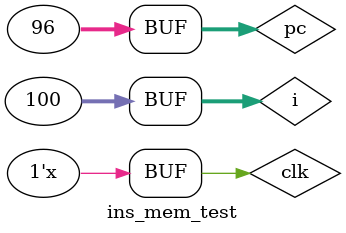
<source format=v>
`timescale 1ns / 1ps


module ins_mem_test;

	// Inputs
	reg [31:0] pc;
	reg clk;
	integer i;

	// Outputs
	wire [31:0] instr;

	// Instantiate the Unit Under Test (UUT)
	instruction_fetcher uut (
		.pc(pc), 
		.clk(clk), 
		.instr(instr)
	);

	initial begin
		// Initialize Inputs
		pc = 0;
		clk = 0;

		$monitor($time, " >> %b", instr);
		// Wait 100 ns for global reset to finish
		$monitor($time, " pc=%d, instr=%d", pc, instr);
		for(i = 0; i<100; i=i+4) begin
			pc = i;
			#100;
		end
		// Add stimulus here

	end
	always #5 clk = ~clk;
      
endmodule


</source>
